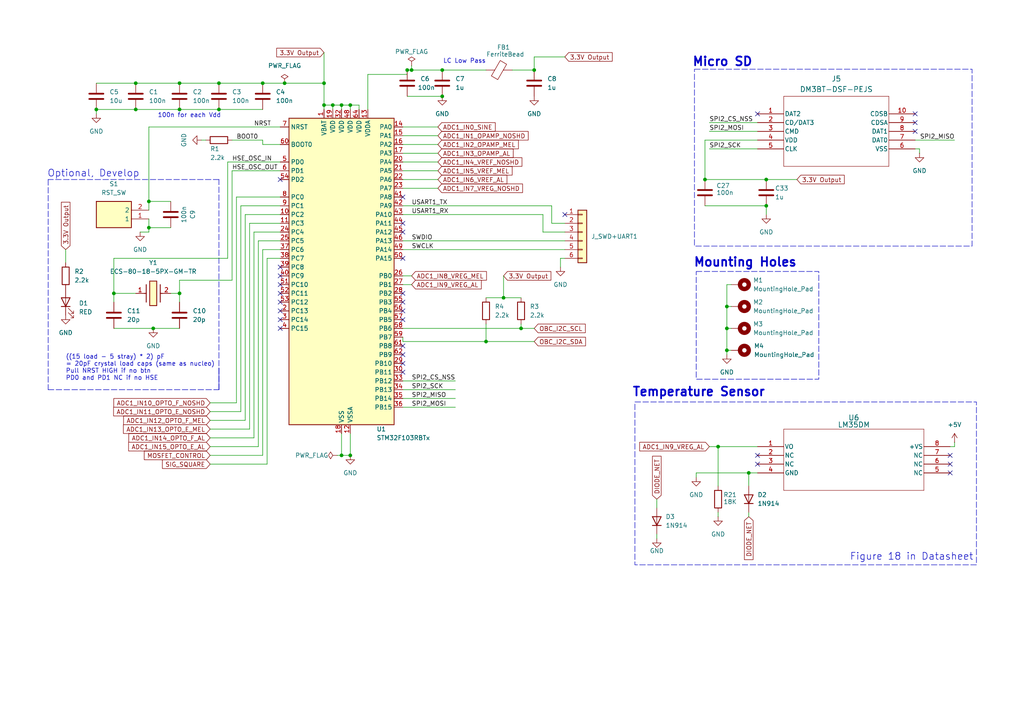
<source format=kicad_sch>
(kicad_sch (version 20231120) (generator "eeschema") (generator_version "8.0")
  (paper "A4")
  (title_block (title "Regina Payload Cubesat MCU Integration") (date "2024-01-15") (company "Karim Ait-Allaoua") (comment 1 "BOOT0: LOW for always main flash memory") (comment 2 "Optional, Develop parts not needed for final design"))
  (lib_symbols
    (symbol "Connector_Generic:Conn_01x06" (pin_names (offset 1.016) hide)
      (property "Reference" "J" (at 0 7.62 0))
      (property "Value" "Conn_01x06" (at 0 -10.16 0))
      (symbol "Conn_01x06_1_1"
        (rectangle (start -1.27 -7.493) (end 0 -7.747) (stroke (width 0.1524)))
        (rectangle (start -1.27 -4.953) (end 0 -5.207) (stroke (width 0.1524)))
        (rectangle (start -1.27 -2.413) (end 0 -2.667) (stroke (width 0.1524)))
        (rectangle (start -1.27 0.127) (end 0 -0.127) (stroke (width 0.1524)))
        (rectangle (start -1.27 2.667) (end 0 2.413) (stroke (width 0.1524)))
        (rectangle (start -1.27 5.207) (end 0 4.953) (stroke (width 0.1524)))
        (rectangle (start -1.27 6.35) (end 1.27 -8.89) (stroke (width 0.254)) (fill (type background)))
        (pin passive line (at -5.08 5.08 0) (length 3.81) (name "Pin_1") (number "1"))
        (pin passive line (at -5.08 2.54 0) (length 3.81) (name "Pin_2") (number "2"))
        (pin passive line (at -5.08 0 0) (length 3.81) (name "Pin_3") (number "3"))
        (pin passive line (at -5.08 -2.54 0) (length 3.81) (name "Pin_4") (number "4"))
        (pin passive line (at -5.08 -5.08 0) (length 3.81) (name "Pin_5") (number "5"))
        (pin passive line (at -5.08 -7.62 0) (length 3.81) (name "Pin_6") (number "6"))
      )
    )
    (symbol "Device:C" (pin_numbers hide) (pin_names (offset 0.254))
      (property "Reference" "C" (at 0.635 2.54 0))
      (property "Value" "C" (at 0.635 -2.54 0))
      (symbol "C_0_1"
        (polyline (pts (xy -2.032 -0.762) (xy 2.032 -0.762)) (stroke (width 0.508)))
        (polyline (pts (xy -2.032 0.762) (xy 2.032 0.762)) (stroke (width 0.508)))
      )
      (symbol "C_1_1"
        (pin passive line (at 0 3.81 270) (length 2.794) (name "~") (number "1"))
        (pin passive line (at 0 -3.81 90) (length 2.794) (name "~") (number "2"))
      )
    )
    (symbol "Device:D" (pin_numbers hide) (pin_names (offset 1.016) hide)
      (property "Reference" "D" (at 0 2.54 0))
      (property "Value" "D" (at 0 -2.54 0))
      (symbol "D_0_1"
        (polyline (pts (xy -1.27 1.27) (xy -1.27 -1.27)) (stroke (width 0.254)))
        (polyline (pts (xy 1.27 0) (xy -1.27 0)))
        (polyline (pts (xy 1.27 1.27) (xy 1.27 -1.27) (xy -1.27 0) (xy 1.27 1.27)) (stroke (width 0.254)))
      )
      (symbol "D_1_1"
        (pin passive line (at -3.81 0 0) (length 2.54) (name "K") (number "1"))
        (pin passive line (at 3.81 0 180) (length 2.54) (name "A") (number "2"))
      )
    )
    (symbol "Device:FerriteBead" (pin_numbers hide) (pin_names (offset 0))
      (property "Reference" "FB" (at -3.81 0.635 90))
      (property "Value" "FerriteBead" (at 3.81 0 90))
      (symbol "FerriteBead_0_1"
        (polyline (pts (xy 0 -1.27) (xy 0 -1.2192)))
        (polyline (pts (xy 0 1.27) (xy 0 1.2954)))
        (polyline (pts (xy -2.7686 0.4064) (xy -1.7018 2.2606) (xy 2.7686 -0.3048) (xy 1.6764 -2.159) (xy -2.7686 0.4064)))
      )
      (symbol "FerriteBead_1_1"
        (pin passive line (at 0 3.81 270) (length 2.54) (name "~") (number "1"))
        (pin passive line (at 0 -3.81 90) (length 2.54) (name "~") (number "2"))
      )
    )
    (symbol "Device:LED" (pin_numbers hide) (pin_names (offset 1.016) hide)
      (property "Reference" "D" (at 0 2.54 0))
      (property "Value" "LED" (at 0 -2.54 0))
      (symbol "LED_0_1"
        (polyline (pts (xy -1.27 -1.27) (xy -1.27 1.27)) (stroke (width 0.254)))
        (polyline (pts (xy -1.27 0) (xy 1.27 0)))
        (polyline (pts (xy 1.27 -1.27) (xy 1.27 1.27) (xy -1.27 0) (xy 1.27 -1.27)) (stroke (width 0.254)))
        (polyline (pts (xy -3.048 -0.762) (xy -4.572 -2.286) (xy -3.81 -2.286) (xy -4.572 -2.286) (xy -4.572 -1.524)))
        (polyline (pts (xy -1.778 -0.762) (xy -3.302 -2.286) (xy -2.54 -2.286) (xy -3.302 -2.286) (xy -3.302 -1.524)))
      )
      (symbol "LED_1_1"
        (pin passive line (at -3.81 0 0) (length 2.54) (name "K") (number "1"))
        (pin passive line (at 3.81 0 180) (length 2.54) (name "A") (number "2"))
      )
    )
    (symbol "Device:R" (pin_numbers hide) (pin_names (offset 0))
      (property "Reference" "R" (at 2.032 0 90))
      (property "Value" "R" (at 0 0 90))
      (symbol "R_0_1"
        (rectangle (start -1.016 -2.54) (end 1.016 2.54) (stroke (width 0.254)))
      )
      (symbol "R_1_1"
        (pin passive line (at 0 3.81 270) (length 1.27) (name "~") (number "1"))
        (pin passive line (at 0 -3.81 90) (length 1.27) (name "~") (number "2"))
      )
    )
    (symbol "GND_1" (power) (pin_numbers hide) (pin_names (offset 0) hide)
      (property "Value" "GND" (at 0 -3.81 0))
      (symbol "GND_1_0_1"
        (polyline (pts (xy 0 0) (xy 0 -1.27) (xy 1.27 -1.27) (xy 0 -2.54) (xy -1.27 -1.27) (xy 0 -1.27)))
      )
      (symbol "GND_1_1_1"
        (pin power_in line (at 0 0 270) (length 0) (name "~") (number "1"))
      )
    )
    (symbol "GND_2" (power) (pin_numbers hide) (pin_names (offset 0) hide)
      (property "Value" "GND" (at 0 -3.81 0))
      (symbol "GND_2_0_1"
        (polyline (pts (xy 0 0) (xy 0 -1.27) (xy 1.27 -1.27) (xy 0 -2.54) (xy -1.27 -1.27) (xy 0 -1.27)))
      )
      (symbol "GND_2_1_1"
        (pin power_in line (at 0 0 270) (length 0) (name "~") (number "1"))
      )
    )
    (symbol "GND_3" (power) (pin_numbers hide) (pin_names (offset 0) hide)
      (property "Value" "GND" (at 0 -3.81 0))
      (symbol "GND_3_0_1"
        (polyline (pts (xy 0 0) (xy 0 -1.27) (xy 1.27 -1.27) (xy 0 -2.54) (xy -1.27 -1.27) (xy 0 -1.27)))
      )
      (symbol "GND_3_1_1"
        (pin power_in line (at 0 0 270) (length 0) (name "~") (number "1"))
      )
    )
    (symbol "GND_4" (power) (pin_numbers hide) (pin_names (offset 0) hide)
      (property "Value" "GND" (at 0 -3.81 0))
      (symbol "GND_4_0_1"
        (polyline (pts (xy 0 0) (xy 0 -1.27) (xy 1.27 -1.27) (xy 0 -2.54) (xy -1.27 -1.27) (xy 0 -1.27)))
      )
      (symbol "GND_4_1_1"
        (pin power_in line (at 0 0 270) (length 0) (name "~") (number "1"))
      )
    )
    (symbol "MCU_ST_STM32F1:STM32F103RBTx"
      (property "Reference" "U" (at -15.24 46.99 0))
      (property "Value" "STM32F103RBTx" (at 10.16 46.99 0))
      (symbol "STM32F103RBTx_0_1"
        (rectangle (start -15.24 -43.18) (end 15.24 45.72) (stroke (width 0.254)) (fill (type background)))
      )
      (symbol "STM32F103RBTx_1_1"
        (pin power_in line (at -5.08 48.26 270) (length 2.54) (name "VBAT") (number "1"))
        (pin bidirectional line (at -17.78 17.78 0) (length 2.54) (name "PC2") (number "10"))
        (pin bidirectional line (at -17.78 15.24 0) (length 2.54) (name "PC3") (number "11"))
        (pin power_in line (at 2.54 -45.72 90) (length 2.54) (name "VSSA") (number "12"))
        (pin power_in line (at 7.62 48.26 270) (length 2.54) (name "VDDA") (number "13"))
        (pin bidirectional line (at 17.78 43.18 180) (length 2.54) (name "PA0") (number "14"))
        (pin bidirectional line (at 17.78 40.64 180) (length 2.54) (name "PA1") (number "15"))
        (pin bidirectional line (at 17.78 38.1 180) (length 2.54) (name "PA2") (number "16"))
        (pin bidirectional line (at 17.78 35.56 180) (length 2.54) (name "PA3") (number "17"))
        (pin power_in line (at 0 -45.72 90) (length 2.54) (name "VSS") (number "18"))
        (pin power_in line (at -2.54 48.26 270) (length 2.54) (name "VDD") (number "19"))
        (pin bidirectional line (at -17.78 -10.16 0) (length 2.54) (name "PC13") (number "2"))
        (pin bidirectional line (at 17.78 33.02 180) (length 2.54) (name "PA4") (number "20"))
        (pin bidirectional line (at 17.78 30.48 180) (length 2.54) (name "PA5") (number "21"))
        (pin bidirectional line (at 17.78 27.94 180) (length 2.54) (name "PA6") (number "22"))
        (pin bidirectional line (at 17.78 25.4 180) (length 2.54) (name "PA7") (number "23"))
        (pin bidirectional line (at -17.78 12.7 0) (length 2.54) (name "PC4") (number "24"))
        (pin bidirectional line (at -17.78 10.16 0) (length 2.54) (name "PC5") (number "25"))
        (pin bidirectional line (at 17.78 0 180) (length 2.54) (name "PB0") (number "26"))
        (pin bidirectional line (at 17.78 -2.54 180) (length 2.54) (name "PB1") (number "27"))
        (pin bidirectional line (at 17.78 -5.08 180) (length 2.54) (name "PB2") (number "28"))
        (pin bidirectional line (at 17.78 -25.4 180) (length 2.54) (name "PB10") (number "29"))
        (pin bidirectional line (at -17.78 -12.7 0) (length 2.54) (name "PC14") (number "3"))
        (pin bidirectional line (at 17.78 -27.94 180) (length 2.54) (name "PB11") (number "30"))
        (pin passive line (at 0 -45.72 90) (length 2.54) hide (name "VSS") (number "31"))
        (pin power_in line (at 0 48.26 270) (length 2.54) (name "VDD") (number "32"))
        (pin bidirectional line (at 17.78 -30.48 180) (length 2.54) (name "PB12") (number "33"))
        (pin bidirectional line (at 17.78 -33.02 180) (length 2.54) (name "PB13") (number "34"))
        (pin bidirectional line (at 17.78 -35.56 180) (length 2.54) (name "PB14") (number "35"))
        (pin bidirectional line (at 17.78 -38.1 180) (length 2.54) (name "PB15") (number "36"))
        (pin bidirectional line (at -17.78 7.62 0) (length 2.54) (name "PC6") (number "37"))
        (pin bidirectional line (at -17.78 5.08 0) (length 2.54) (name "PC7") (number "38"))
        (pin bidirectional line (at -17.78 2.54 0) (length 2.54) (name "PC8") (number "39"))
        (pin bidirectional line (at -17.78 -15.24 0) (length 2.54) (name "PC15") (number "4"))
        (pin bidirectional line (at -17.78 0 0) (length 2.54) (name "PC9") (number "40"))
        (pin bidirectional line (at 17.78 22.86 180) (length 2.54) (name "PA8") (number "41"))
        (pin bidirectional line (at 17.78 20.32 180) (length 2.54) (name "PA9") (number "42"))
        (pin bidirectional line (at 17.78 17.78 180) (length 2.54) (name "PA10") (number "43"))
        (pin bidirectional line (at 17.78 15.24 180) (length 2.54) (name "PA11") (number "44"))
        (pin bidirectional line (at 17.78 12.7 180) (length 2.54) (name "PA12") (number "45"))
        (pin bidirectional line (at 17.78 10.16 180) (length 2.54) (name "PA13") (number "46"))
        (pin passive line (at 0 -45.72 90) (length 2.54) hide (name "VSS") (number "47"))
        (pin power_in line (at 2.54 48.26 270) (length 2.54) (name "VDD") (number "48"))
        (pin bidirectional line (at 17.78 7.62 180) (length 2.54) (name "PA14") (number "49"))
        (pin bidirectional line (at -17.78 33.02 0) (length 2.54) (name "PD0") (number "5"))
        (pin bidirectional line (at 17.78 5.08 180) (length 2.54) (name "PA15") (number "50"))
        (pin bidirectional line (at -17.78 -2.54 0) (length 2.54) (name "PC10") (number "51"))
        (pin bidirectional line (at -17.78 -5.08 0) (length 2.54) (name "PC11") (number "52"))
        (pin bidirectional line (at -17.78 -7.62 0) (length 2.54) (name "PC12") (number "53"))
        (pin bidirectional line (at -17.78 27.94 0) (length 2.54) (name "PD2") (number "54"))
        (pin bidirectional line (at 17.78 -7.62 180) (length 2.54) (name "PB3") (number "55"))
        (pin bidirectional line (at 17.78 -10.16 180) (length 2.54) (name "PB4") (number "56"))
        (pin bidirectional line (at 17.78 -12.7 180) (length 2.54) (name "PB5") (number "57"))
        (pin bidirectional line (at 17.78 -15.24 180) (length 2.54) (name "PB6") (number "58"))
        (pin bidirectional line (at 17.78 -17.78 180) (length 2.54) (name "PB7") (number "59"))
        (pin bidirectional line (at -17.78 30.48 0) (length 2.54) (name "PD1") (number "6"))
        (pin input line (at -17.78 38.1 0) (length 2.54) (name "BOOT0") (number "60"))
        (pin bidirectional line (at 17.78 -20.32 180) (length 2.54) (name "PB8") (number "61"))
        (pin bidirectional line (at 17.78 -22.86 180) (length 2.54) (name "PB9") (number "62"))
        (pin passive line (at 0 -45.72 90) (length 2.54) hide (name "VSS") (number "63"))
        (pin power_in line (at 5.08 48.26 270) (length 2.54) (name "VDD") (number "64"))
        (pin input line (at -17.78 43.18 0) (length 2.54) (name "NRST") (number "7"))
        (pin bidirectional line (at -17.78 22.86 0) (length 2.54) (name "PC0") (number "8"))
        (pin bidirectional line (at -17.78 20.32 0) (length 2.54) (name "PC1") (number "9"))
      )
    )
    (symbol "Mechanical:MountingHole_Pad" (pin_numbers hide) (pin_names (offset 1.016) hide)
      (property "Reference" "H" (at 0 6.35 0))
      (property "Value" "MountingHole_Pad" (at 0 4.445 0))
      (symbol "MountingHole_Pad_0_1"
        (circle (center 0 1.27) (radius 1.27) (stroke (width 1.27)))
      )
      (symbol "MountingHole_Pad_1_1"
        (pin input line (at 0 -2.54 90) (length 2.54) (name "1") (number "1"))
      )
    )
    (symbol "capstone:95C04A3GWRT"
      (property "Reference" "S" (at 16.51 7.62 0))
      (property "Value" "95C04A3GWRT" (at 16.51 5.08 0))
      (symbol "95C04A3GWRT_1_1"
        (rectangle (start 5.08 2.54) (end 15.24 -5.08) (stroke (width 0.254)) (fill (type background)))
        (pin passive line (at 0 0 0) (length 5.08) (name "1") (number "1"))
        (pin passive line (at 0 -2.54 0) (length 5.08) (name "2") (number "2"))
      )
    )
    (symbol "capstone:DM3BT-DSF-PEJS" (pin_names (offset 0.254))
      (property "Reference" "J" (at 22.86 10.16 0))
      (property "Value" "DM3BT-DSF-PEJS" (at 22.86 7.62 0))
      (symbol "DM3BT-DSF-PEJS_0_1"
        (polyline (pts (xy 7.62 -15.24) (xy 38.1 -15.24)) (stroke (width 0.127)))
        (polyline (pts (xy 7.62 5.08) (xy 7.62 -15.24)) (stroke (width 0.127)))
        (polyline (pts (xy 38.1 -15.24) (xy 38.1 5.08)) (stroke (width 0.127)))
        (polyline (pts (xy 38.1 5.08) (xy 7.62 5.08)) (stroke (width 0.127)))
        (pin bidirectional line (at 0 0 0) (length 7.62) (name "DAT2") (number "1"))
        (pin unspecified line (at 45.72 0 180) (length 7.62) (name "CDSB") (number "10"))
        (pin bidirectional line (at 0 -2.54 0) (length 7.62) (name "CD/DAT3") (number "2"))
        (pin unspecified line (at 0 -5.08 0) (length 7.62) (name "CMD") (number "3"))
        (pin power_in line (at 0 -7.62 0) (length 7.62) (name "VDD") (number "4"))
        (pin unspecified line (at 0 -10.16 0) (length 7.62) (name "CLK") (number "5"))
        (pin power_out line (at 45.72 -10.16 180) (length 7.62) (name "VSS") (number "6"))
        (pin bidirectional line (at 45.72 -7.62 180) (length 7.62) (name "DAT0") (number "7"))
        (pin bidirectional line (at 45.72 -5.08 180) (length 7.62) (name "DAT1") (number "8"))
        (pin unspecified line (at 45.72 -2.54 180) (length 7.62) (name "CDSA") (number "9"))
      )
    )
    (symbol "capstone:ECS-80-18-5PX-GM-TR" (pin_names hide)
      (property "Reference" "Y" (at 8.89 6.35 0))
      (property "Value" "ECS-80-18-5PX-GM-TR" (at 8.89 3.81 0))
      (symbol "ECS-80-18-5PX-GM-TR_1_1"
        (polyline (pts (xy 3.048 0) (xy 2.54 0)) (stroke (width 0.254)))
        (polyline (pts (xy 3.048 2.54) (xy 3.048 -2.54)) (stroke (width 0.254)))
        (polyline (pts (xy 7.112 0) (xy 7.62 0)) (stroke (width 0.254)))
        (polyline (pts (xy 7.112 2.54) (xy 7.112 -2.54)) (stroke (width 0.254)))
        (rectangle (start 4.064 3.556) (end 6.096 -3.556) (stroke (width 0.254)) (fill (type background)))
        (pin passive line (at 0 0 0) (length 2.54) (name "1") (number "1"))
        (pin passive line (at 10.16 0 180) (length 2.54) (name "2") (number "2"))
      )
    )
    (symbol "capstone:LM35DM" (pin_names (offset 0.254))
      (property "Reference" "U" (at 27.94 10.16 0))
      (property "Value" "LM35DM" (at 27.94 7.62 0))
      (symbol "LM35DM_0_1"
        (polyline (pts (xy 7.62 -12.7) (xy 48.26 -12.7)) (stroke (width 0.127)))
        (polyline (pts (xy 7.62 5.08) (xy 7.62 -12.7)) (stroke (width 0.127)))
        (polyline (pts (xy 48.26 -12.7) (xy 48.26 5.08)) (stroke (width 0.127)))
        (polyline (pts (xy 48.26 5.08) (xy 7.62 5.08)) (stroke (width 0.127)))
        (pin output line (at 0 0 0) (length 7.62) (name "VO") (number "1"))
        (pin passive line (at 0 -2.54 0) (length 7.62) (name "NC") (number "2"))
        (pin passive line (at 0 -5.08 0) (length 7.62) (name "NC") (number "3"))
        (pin passive line (at 0 -7.62 0) (length 7.62) (name "GND") (number "4"))
        (pin passive line (at 55.88 -7.62 180) (length 7.62) (name "NC") (number "5"))
        (pin passive line (at 55.88 -5.08 180) (length 7.62) (name "NC") (number "6"))
        (pin passive line (at 55.88 -2.54 180) (length 7.62) (name "NC") (number "7"))
        (pin input line (at 55.88 0 180) (length 7.62) (name "+VS") (number "8"))
      )
    )
    (symbol "power:+5V" (power) (pin_numbers hide) (pin_names (offset 0) hide)
      (property "Value" "+5V" (at 0 3.556 0))
      (symbol "+5V_0_1"
        (polyline (pts (xy -0.762 1.27) (xy 0 2.54)))
        (polyline (pts (xy 0 0) (xy 0 2.54)))
        (polyline (pts (xy 0 2.54) (xy 0.762 1.27)))
      )
      (symbol "+5V_1_1"
        (pin power_in line (at 0 0 90) (length 0) (name "~") (number "1"))
      )
    )
    (symbol "power:GND" (power) (pin_names (offset 0))
      (property "Value" "GND" (at 0 -3.81 0))
      (symbol "GND_0_1"
        (polyline (pts (xy 0 0) (xy 0 -1.27) (xy 1.27 -1.27) (xy 0 -2.54) (xy -1.27 -1.27) (xy 0 -1.27)))
      )
      (symbol "GND_1_1"
        (pin power_in line (at 0 0 270) (length 0) hide (name "GND") (number "1"))
      )
    )
    (symbol "power:PWR_FLAG" (power) (pin_numbers hide) (pin_names (offset 0) hide)
      (property "Value" "PWR_FLAG" (at 0 3.81 0))
      (symbol "PWR_FLAG_0_0"
        (pin power_out line (at 0 0 90) (length 0) (name "pwr") (number "1"))
      )
      (symbol "PWR_FLAG_0_1"
        (polyline (pts (xy 0 0) (xy 0 1.27) (xy -1.016 1.905) (xy 0 2.54) (xy 1.016 1.905) (xy 0 1.27)))
      )
    )
  )
  (junction (at 151.13 95.25))
  (junction (at 82.55 24.13))
  (junction (at 128.27 20.32))
  (junction (at 101.6 132.08))
  (junction (at 39.37 31.75))
  (junction (at 63.5 31.75))
  (junction (at 128.27 27.94))
  (junction (at 208.28 129.54))
  (junction (at 99.06 132.08))
  (junction (at 52.07 85.09))
  (junction (at 101.6 30.48))
  (junction (at 33.02 85.09))
  (junction (at 210.82 88.9))
  (junction (at 222.25 59.69))
  (junction (at 119.38 20.32))
  (junction (at 93.98 30.48))
  (junction (at 154.94 20.32))
  (junction (at 27.94 31.75))
  (junction (at 217.17 137.16))
  (junction (at 146.05 86.36))
  (junction (at 52.07 31.75))
  (junction (at 43.18 66.04))
  (junction (at 76.2 24.13))
  (junction (at 96.52 30.48))
  (junction (at 43.18 58.42))
  (junction (at 140.97 99.06))
  (junction (at 44.45 95.25))
  (junction (at 93.98 24.13))
  (junction (at 99.06 30.48))
  (junction (at 39.37 24.13))
  (junction (at 52.07 24.13))
  (junction (at 204.47 52.07))
  (junction (at 210.82 95.25))
  (junction (at 118.11 20.32))
  (junction (at 210.82 101.6))
  (junction (at 63.5 24.13))
  (junction (at 222.25 52.07))
  (no_connect (at 81.28 90.17))
  (no_connect (at 219.71 132.08))
  (no_connect (at 81.28 82.55))
  (no_connect (at 116.84 85.09))
  (no_connect (at 275.59 137.16))
  (no_connect (at 265.43 35.56))
  (no_connect (at 116.84 87.63))
  (no_connect (at 265.43 38.1))
  (no_connect (at 219.71 33.02))
  (no_connect (at 116.84 67.31))
  (no_connect (at 116.84 57.15))
  (no_connect (at 116.84 107.95))
  (no_connect (at 81.28 85.09))
  (no_connect (at 81.28 80.01))
  (no_connect (at 116.84 90.17))
  (no_connect (at 81.28 87.63))
  (no_connect (at 81.28 77.47))
  (no_connect (at 265.43 33.02))
  (no_connect (at 116.84 100.33))
  (no_connect (at 116.84 64.77))
  (no_connect (at 219.71 134.62))
  (no_connect (at 116.84 74.93))
  (no_connect (at 163.83 62.23))
  (no_connect (at 116.84 105.41))
  (no_connect (at 81.28 95.25))
  (no_connect (at 275.59 134.62))
  (no_connect (at 81.28 92.71))
  (no_connect (at 116.84 92.71))
  (no_connect (at 116.84 102.87))
  (no_connect (at 81.28 52.07))
  (no_connect (at 275.59 132.08))
  (wire (pts (xy 204.47 59.69) (xy 222.25 59.69)))
  (wire (pts (xy 39.37 24.13) (xy 52.07 24.13)))
  (wire (pts (xy 157.48 67.31) (xy 157.48 62.23)))
  (wire (pts (xy 73.66 127) (xy 73.66 67.31)))
  (wire (pts (xy 201.93 138.43) (xy 201.93 137.16)))
  (wire (pts (xy 60.96 119.38) (xy 69.85 119.38)))
  (wire (pts (xy 63.5 24.13) (xy 76.2 24.13)))
  (wire (pts (xy 66.04 46.99) (xy 81.28 46.99)))
  (wire (pts (xy 118.11 20.32) (xy 119.38 20.32)))
  (wire (pts (xy 162.56 74.93) (xy 163.83 74.93)))
  (wire (pts (xy 60.96 134.62) (xy 77.47 134.62)))
  (wire (pts (xy 210.82 88.9) (xy 212.09 88.9)))
  (polyline (pts (xy 13.97 113.03) (xy 63.5 113.03)) (stroke (width 0) (type dash)))
  (wire (pts (xy 93.98 30.48) (xy 96.52 30.48)))
  (wire (pts (xy 205.74 35.56) (xy 219.71 35.56)))
  (wire (pts (xy 151.13 95.25) (xy 154.94 95.25)))
  (wire (pts (xy 208.28 129.54) (xy 219.71 129.54)))
  (wire (pts (xy 205.74 43.18) (xy 219.71 43.18)))
  (wire (pts (xy 63.5 31.75) (xy 76.2 31.75)))
  (wire (pts (xy 72.39 64.77) (xy 81.28 64.77)))
  (wire (pts (xy 163.83 67.31) (xy 157.48 67.31)))
  (wire (pts (xy 210.82 102.87) (xy 210.82 101.6)))
  (wire (pts (xy 69.85 59.69) (xy 81.28 59.69)))
  (wire (pts (xy 49.53 85.09) (xy 52.07 85.09)))
  (wire (pts (xy 97.79 132.08) (xy 99.06 132.08)))
  (wire (pts (xy 140.97 99.06) (xy 154.94 99.06)))
  (wire (pts (xy 116.84 118.11) (xy 132.08 118.11)))
  (wire (pts (xy 128.27 20.32) (xy 140.97 20.32)))
  (wire (pts (xy 44.45 95.25) (xy 52.07 95.25)))
  (wire (pts (xy 217.17 148.59) (xy 217.17 149.86)))
  (wire (pts (xy 106.68 21.59) (xy 118.11 21.59)))
  (wire (pts (xy 148.59 20.32) (xy 154.94 20.32)))
  (wire (pts (xy 204.47 40.64) (xy 204.47 52.07)))
  (wire (pts (xy 60.96 124.46) (xy 72.39 124.46)))
  (wire (pts (xy 118.11 21.59) (xy 118.11 20.32)))
  (polyline (pts (xy 63.5 113.03) (xy 63.5 106.68)))
  (wire (pts (xy 210.82 101.6) (xy 210.82 95.25)))
  (wire (pts (xy 101.6 125.73) (xy 101.6 132.08)))
  (wire (pts (xy 116.84 41.91) (xy 127 41.91)))
  (wire (pts (xy 222.25 62.23) (xy 222.25 59.69)))
  (wire (pts (xy 190.5 144.78) (xy 190.5 147.32)))
  (wire (pts (xy 60.96 132.08) (xy 76.2 132.08)))
  (wire (pts (xy 106.68 21.59) (xy 106.68 31.75)))
  (wire (pts (xy 104.14 31.75) (xy 104.14 30.48)))
  (wire (pts (xy 210.82 95.25) (xy 212.09 95.25)))
  (wire (pts (xy 71.12 62.23) (xy 81.28 62.23)))
  (wire (pts (xy 205.74 129.54) (xy 208.28 129.54)))
  (wire (pts (xy 101.6 132.08) (xy 99.06 132.08)))
  (wire (pts (xy 116.84 69.85) (xy 163.83 69.85)))
  (wire (pts (xy 265.43 40.64) (xy 276.86 40.64)))
  (wire (pts (xy 27.94 31.75) (xy 39.37 31.75)))
  (wire (pts (xy 43.18 63.5) (xy 43.18 66.04)))
  (wire (pts (xy 74.93 129.54) (xy 74.93 69.85)))
  (wire (pts (xy 77.47 134.62) (xy 77.47 74.93)))
  (wire (pts (xy 116.84 39.37) (xy 127 39.37)))
  (wire (pts (xy 74.93 69.85) (xy 81.28 69.85)))
  (wire (pts (xy 96.52 31.75) (xy 96.52 30.48)))
  (wire (pts (xy 116.84 80.01) (xy 119.38 80.01)))
  (wire (pts (xy 210.82 95.25) (xy 210.82 88.9)))
  (wire (pts (xy 68.58 57.15) (xy 81.28 57.15)))
  (wire (pts (xy 60.96 121.92) (xy 71.12 121.92)))
  (wire (pts (xy 140.97 86.36) (xy 146.05 86.36)))
  (wire (pts (xy 33.02 74.93) (xy 33.02 85.09)))
  (wire (pts (xy 116.84 54.61) (xy 127 54.61)))
  (wire (pts (xy 99.06 30.48) (xy 101.6 30.48)))
  (wire (pts (xy 99.06 31.75) (xy 99.06 30.48)))
  (wire (pts (xy 162.56 77.47) (xy 162.56 74.93)))
  (wire (pts (xy 33.02 95.25) (xy 44.45 95.25)))
  (wire (pts (xy 101.6 30.48) (xy 101.6 31.75)))
  (wire (pts (xy 72.39 124.46) (xy 72.39 64.77)))
  (wire (pts (xy 71.12 121.92) (xy 71.12 62.23)))
  (wire (pts (xy 77.47 74.93) (xy 81.28 74.93)))
  (wire (pts (xy 146.05 86.36) (xy 151.13 86.36)))
  (wire (pts (xy 43.18 58.42) (xy 49.53 58.42)))
  (wire (pts (xy 201.93 137.16) (xy 217.17 137.16)))
  (wire (pts (xy 116.84 52.07) (xy 127 52.07)))
  (wire (pts (xy 59.69 40.64) (xy 58.42 40.64)))
  (wire (pts (xy 93.98 15.24) (xy 93.98 24.13)))
  (wire (pts (xy 52.07 24.13) (xy 63.5 24.13)))
  (wire (pts (xy 76.2 41.91) (xy 81.28 41.91)))
  (wire (pts (xy 39.37 31.75) (xy 52.07 31.75)))
  (wire (pts (xy 67.31 49.53) (xy 81.28 49.53)))
  (wire (pts (xy 43.18 58.42) (xy 43.18 60.96)))
  (wire (pts (xy 210.82 82.55) (xy 212.09 82.55)))
  (wire (pts (xy 27.94 31.75) (xy 27.94 33.02)))
  (wire (pts (xy 210.82 88.9) (xy 210.82 82.55)))
  (wire (pts (xy 151.13 93.98) (xy 151.13 95.25)))
  (wire (pts (xy 116.84 44.45) (xy 127 44.45)))
  (wire (pts (xy 43.18 67.31) (xy 40.64 67.31)))
  (wire (pts (xy 160.02 64.77) (xy 163.83 64.77)))
  (wire (pts (xy 27.94 24.13) (xy 39.37 24.13)))
  (wire (pts (xy 99.06 125.73) (xy 99.06 132.08)))
  (wire (pts (xy 116.84 95.25) (xy 151.13 95.25)))
  (wire (pts (xy 67.31 40.64) (xy 76.2 40.64)))
  (wire (pts (xy 73.66 67.31) (xy 81.28 67.31)))
  (wire (pts (xy 208.28 129.54) (xy 208.28 140.97)))
  (wire (pts (xy 43.18 36.83) (xy 43.18 58.42)))
  (wire (pts (xy 60.96 129.54) (xy 74.93 129.54)))
  (wire (pts (xy 66.04 74.93) (xy 33.02 74.93)))
  (wire (pts (xy 116.84 113.03) (xy 132.08 113.03)))
  (wire (pts (xy 104.14 30.48) (xy 101.6 30.48)))
  (wire (pts (xy 66.04 46.99) (xy 66.04 74.93)))
  (wire (pts (xy 116.84 46.99) (xy 127 46.99)))
  (polyline (pts (xy 63.5 113.03) (xy 63.5 52.07)) (stroke (width 0) (type dash)))
  (wire (pts (xy 96.52 30.48) (xy 99.06 30.48)))
  (wire (pts (xy 43.18 36.83) (xy 81.28 36.83)))
  (wire (pts (xy 276.86 129.54) (xy 276.86 128.27)))
  (wire (pts (xy 116.84 99.06) (xy 140.97 99.06)))
  (wire (pts (xy 140.97 93.98) (xy 140.97 99.06)))
  (wire (pts (xy 68.58 116.84) (xy 68.58 57.15)))
  (wire (pts (xy 231.14 52.07) (xy 222.25 52.07)))
  (wire (pts (xy 60.96 116.84) (xy 68.58 116.84)))
  (wire (pts (xy 208.28 148.59) (xy 208.28 149.86)))
  (wire (pts (xy 76.2 24.13) (xy 82.55 24.13)))
  (wire (pts (xy 146.05 80.01) (xy 146.05 86.36)))
  (wire (pts (xy 60.96 127) (xy 73.66 127)))
  (wire (pts (xy 205.74 38.1) (xy 219.71 38.1)))
  (wire (pts (xy 93.98 24.13) (xy 93.98 30.48)))
  (wire (pts (xy 33.02 85.09) (xy 39.37 85.09)))
  (wire (pts (xy 43.18 66.04) (xy 43.18 67.31)))
  (wire (pts (xy 69.85 119.38) (xy 69.85 59.69)))
  (wire (pts (xy 163.83 16.51) (xy 154.94 16.51)))
  (wire (pts (xy 160.02 59.69) (xy 160.02 64.77)))
  (polyline (pts (xy 13.97 52.07) (xy 13.97 113.03)) (stroke (width 0) (type dash)))
  (wire (pts (xy 116.84 72.39) (xy 163.83 72.39)))
  (wire (pts (xy 119.38 19.05) (xy 119.38 20.32)))
  (wire (pts (xy 154.94 16.51) (xy 154.94 20.32)))
  (wire (pts (xy 43.18 66.04) (xy 49.53 66.04)))
  (wire (pts (xy 116.84 36.83) (xy 127 36.83)))
  (wire (pts (xy 116.84 110.49) (xy 132.08 110.49)))
  (wire (pts (xy 210.82 101.6) (xy 212.09 101.6)))
  (wire (pts (xy 217.17 137.16) (xy 219.71 137.16)))
  (wire (pts (xy 204.47 40.64) (xy 219.71 40.64)))
  (wire (pts (xy 118.11 27.94) (xy 128.27 27.94)))
  (wire (pts (xy 217.17 137.16) (xy 217.17 140.97)))
  (wire (pts (xy 116.84 82.55) (xy 119.38 82.55)))
  (wire (pts (xy 76.2 40.64) (xy 76.2 41.91)))
  (wire (pts (xy 275.59 129.54) (xy 276.86 129.54)))
  (wire (pts (xy 266.7 43.18) (xy 266.7 44.45)))
  (wire (pts (xy 52.07 81.28) (xy 67.31 81.28)))
  (wire (pts (xy 190.5 154.94) (xy 190.5 156.21)))
  (wire (pts (xy 19.05 72.39) (xy 19.05 76.2)))
  (wire (pts (xy 52.07 85.09) (xy 52.07 87.63)))
  (polyline (pts (xy 63.5 52.07) (xy 13.97 52.07)) (stroke (width 0) (type dash)))
  (wire (pts (xy 116.84 59.69) (xy 160.02 59.69)))
  (wire (pts (xy 76.2 72.39) (xy 76.2 132.08)))
  (wire (pts (xy 265.43 43.18) (xy 266.7 43.18)))
  (wire (pts (xy 116.84 49.53) (xy 127 49.53)))
  (wire (pts (xy 33.02 85.09) (xy 33.02 87.63)))
  (wire (pts (xy 82.55 24.13) (xy 93.98 24.13)))
  (wire (pts (xy 93.98 31.75) (xy 93.98 30.48)))
  (wire (pts (xy 52.07 81.28) (xy 52.07 85.09)))
  (wire (pts (xy 157.48 62.23) (xy 116.84 62.23)))
  (wire (pts (xy 204.47 52.07) (xy 222.25 52.07)))
  (wire (pts (xy 81.28 72.39) (xy 76.2 72.39)))
  (wire (pts (xy 116.84 99.06) (xy 116.84 97.79)))
  (wire (pts (xy 52.07 31.75) (xy 63.5 31.75)))
  (wire (pts (xy 119.38 20.32) (xy 128.27 20.32)))
  (wire (pts (xy 116.84 115.57) (xy 132.08 115.57)))
  (wire (pts (xy 67.31 81.28) (xy 67.31 49.53)))
  (rectangle (start 201.93 78.74) (end 237.49 109.982) (stroke (width 0) (type dash)))
  (rectangle (start 184.15 116.586) (end 283.21 163.83) (stroke (width 0) (type dash)))
  (rectangle (start 201.422 20.066) (end 281.94 71.374) (stroke (width 0) (type dash)))
  (text "((15 load - 5 stray) * 2) pF \n= 20pF crystal load caps (same as nucleo)\nPull NRST HIGH if no btn\nPD0 and PD1 NC if no HSE" (at 19.05 110.49 0) (effects (font (size 1.27 1.27)) (justify left bottom)))
  (text "Mounting Holes" (at 216.154 76.2 0) (effects (font (size 2.54 2.54) (thickness 0.508) (bold yes))))
  (text "Micro SD" (at 209.55 18.034 0) (effects (font (size 2.54 2.54) (thickness 0.508) (bold yes))))
  (text "Optional, Develop" (at 13.716 51.562 0) (effects (font (size 2 2)) (justify left bottom)))
  (text "Temperature Sensor" (at 202.692 113.792 0) (effects (font (size 2.54 2.54) (thickness 0.508) (bold yes))))
  (text "100n for each Vdd" (at 45.72 34.29 0) (effects (font (size 1.27 1.27)) (justify left bottom)))
  (text "Figure 18 in Datasheet" (at 264.414 161.544 0) (effects (font (size 2.032 2.032) (thickness 0.1588))))
  (text "LC Low Pass" (at 128.524 18.542 0) (effects (font (size 1.27 1.27)) (justify left bottom)))
  (label "SPI2_SCK" (at 205.74 43.18 0))
  (label "SPI2_CS_NSS" (at 205.74 35.56 0))
  (label "HSE_OSC_OUT" (at 67.31 49.53 0))
  (label "USART1_TX" (at 119.38 59.69 0))
  (label "HSE_OSC_IN" (at 67.31 46.99 0))
  (label "SPI2_CS_NSS" (at 119.38 110.49 0))
  (label "SPI2_MOSI" (at 205.74 38.1 0))
  (label "SPI2_MOSI" (at 119.38 118.11 0))
  (label "SPI2_MISO" (at 119.38 115.57 0))
  (label "SWCLK" (at 119.38 72.39 0))
  (label "USART1_RX" (at 119.38 62.23 0))
  (label "SPI2_MISO" (at 276.86 40.64 180))
  (label "BOOT0" (at 68.58 40.64 0))
  (label "NRST" (at 73.66 36.83 0))
  (label "SWDIO" (at 119.38 69.85 0))
  (label "SPI2_SCK" (at 119.38 113.03 0))
  (global_label "3.3V Output" (shape input) (at 231.14 52.07 0) (property "Intersheetrefs" "${INTERSHEET_REFS}" (effects (hide yes))))
  (global_label "ADC1_IN6_VREF_AL" (shape input) (at 127 52.07 0) (property "Intersheetrefs" "${INTERSHEET_REFS}" (effects (hide yes))))
  (global_label "3.3V Output" (shape input) (at 19.05 72.39 90) (property "Intersheetrefs" "${INTERSHEET_REFS}" (effects (hide yes))))
  (global_label "OBC_I2C_SDA" (shape input) (at 154.94 99.06 0) (property "Intersheetrefs" "${INTERSHEET_REFS}" (effects (hide yes))))
  (global_label "ADC1_IN13_OPTO_E_MEL" (shape input) (at 60.96 124.46 180) (property "Intersheetrefs" "${INTERSHEET_REFS}" (effects (hide yes))))
  (global_label "MOSFET_CONTROL" (shape input) (at 60.96 132.08 180) (property "Intersheetrefs" "${INTERSHEET_REFS}" (effects (hide yes))))
  (global_label "ADC1_IN2_OPAMP_MEL" (shape input) (at 127 41.91 0) (property "Intersheetrefs" "${INTERSHEET_REFS}" (effects (hide yes))))
  (global_label "ADC1_IN9_VREG_AL" (shape input) (at 119.38 82.55 0) (property "Intersheetrefs" "${INTERSHEET_REFS}" (effects (hide yes))))
  (global_label "ADC1_IN12_OPTO_F_MEL" (shape input) (at 60.96 121.92 180) (property "Intersheetrefs" "${INTERSHEET_REFS}" (effects (hide yes))))
  (global_label "ADC1_IN8_VREG_MEL" (shape input) (at 119.38 80.01 0) (property "Intersheetrefs" "${INTERSHEET_REFS}" (effects (hide yes))))
  (global_label "3.3V Output" (shape input) (at 163.83 16.51 0) (property "Intersheetrefs" "${INTERSHEET_REFS}" (effects (hide yes))))
  (global_label "ADC1_IN0_SINE" (shape input) (at 127 36.83 0) (property "Intersheetrefs" "${INTERSHEET_REFS}" (effects (hide yes))))
  (global_label "3.3V Output" (shape input) (at 146.05 80.01 0) (property "Intersheetrefs" "${INTERSHEET_REFS}" (effects (hide yes))))
  (global_label "ADC1_IN10_OPTO_F_NOSHD" (shape input) (at 60.96 116.84 180) (property "Intersheetrefs" "${INTERSHEET_REFS}" (effects (hide yes))))
  (global_label "ADC1_IN15_OPTO_E_AL" (shape input) (at 60.96 129.54 180) (property "Intersheetrefs" "${INTERSHEET_REFS}" (effects (hide yes))))
  (global_label "DIODE_NET" (shape input) (at 217.17 149.86 270) (property "Intersheetrefs" "${INTERSHEET_REFS}" (effects (hide yes))))
  (global_label "ADC1_IN11_OPTO_E_NOSHD" (shape input) (at 60.96 119.38 180) (property "Intersheetrefs" "${INTERSHEET_REFS}" (effects (hide yes))))
  (global_label "ADC1_IN7_VREG_NOSHD" (shape input) (at 127 54.61 0) (property "Intersheetrefs" "${INTERSHEET_REFS}" (effects (hide yes))))
  (global_label "ADC1_IN3_OPAMP_AL" (shape input) (at 127 44.45 0) (property "Intersheetrefs" "${INTERSHEET_REFS}" (effects (hide yes))))
  (global_label "ADC1_IN4_VREF_NOSHD" (shape input) (at 127 46.99 0) (property "Intersheetrefs" "${INTERSHEET_REFS}" (effects (hide yes))))
  (global_label "SIG_SQUARE" (shape input) (at 60.96 134.62 180) (property "Intersheetrefs" "${INTERSHEET_REFS}" (effects (hide yes))))
  (global_label "ADC1_IN9_VREG_AL" (shape input) (at 205.74 129.54 180) (property "Intersheetrefs" "${INTERSHEET_REFS}" (effects (hide yes))))
  (global_label "ADC1_IN14_OPTO_F_AL" (shape input) (at 60.96 127 180) (property "Intersheetrefs" "${INTERSHEET_REFS}" (effects (hide yes))))
  (global_label "ADC1_IN1_OPAMP_NOSHD" (shape input) (at 127 39.37 0) (property "Intersheetrefs" "${INTERSHEET_REFS}" (effects (hide yes))))
  (global_label "OBC_I2C_SCL" (shape input) (at 154.94 95.25 0) (property "Intersheetrefs" "${INTERSHEET_REFS}" (effects (hide yes))))
  (global_label "3.3V Output" (shape input) (at 93.98 15.24 180) (property "Intersheetrefs" "${INTERSHEET_REFS}" (effects (hide yes))))
  (global_label "ADC1_IN5_VREF_MEL" (shape input) (at 127 49.53 0) (property "Intersheetrefs" "${INTERSHEET_REFS}" (effects (hide yes))))
  (global_label "DIODE_NET" (shape input) (at 190.5 144.78 90) (property "Intersheetrefs" "${INTERSHEET_REFS}" (effects (hide yes))))
  (symbol (lib_id "Mechanical:MountingHole_Pad") (at 214.63 101.6 270) (unit 1)
    (property "Reference" "M4" (at 218.694 100.33 90) (effects (justify left)))
    (property "Value" "MountingHole_Pad" (at 218.694 102.87 90) (effects (justify left)))
    (property "Footprint" "MountingHole:MountingHole_3.2mm_M3_Pad_Via" (effects (hide yes)))
  )
  (symbol (lib_id "capstone:DM3BT-DSF-PEJS") (at 219.71 33.02 0) (unit 1)
    (property "Reference" "J5" (at 242.57 22.86 0) (effects (font (size 1.524 1.524))))
    (property "Value" "DM3BT-DSF-PEJS" (at 242.57 25.908 0) (effects (font (size 1.524 1.524))))
    (property "Footprint" "capstone:DM3BT_DSF_PEJS" (effects (hide yes)))
    (property "Datasheet" "DM3BT-DSF-PEJS" (effects (hide yes)))
  )
  (symbol (lib_id "MCU_ST_STM32F1:STM32F103RBTx") (at 99.06 80.01 0) (unit 1)
    (property "Reference" "U1" (at 109.22 124.46 0) (effects (justify left)))
    (property "Value" "STM32F103RBTx" (at 109.22 127 0) (effects (justify left)))
    (property "Footprint" "Package_QFP:LQFP-64_10x10mm_P0.5mm" (effects (hide yes)))
    (property "Datasheet" "https://www.st.com/resource/en/datasheet/stm32f103rb.pdf" (effects (hide yes)))
  )
  (symbol (lib_id "Device:C") (at 27.94 27.94 0) (unit 1)
    (property "Reference" "C5" (at 31.75 26.67 0) (effects (justify left)))
    (property "Value" "10u" (at 31.75 29.21 0) (effects (justify left)))
    (property "Footprint" "Capacitor_SMD:C_0603_1608Metric" (effects (hide yes)))
  )
  (symbol (lib_id "power:GND") (at 222.25 62.23 0) (unit 1)
    (property "Reference" "#PWR05" (effects (hide yes)))
    (property "Value" "GND" (at 222.25 67.31 0))
  )
  (symbol (lib_id "power:GND") (at 154.94 27.94 0) (unit 1)
    (property "Reference" "#PWR06" (effects (hide yes)))
    (property "Value" "GND" (at 154.94 33.02 0))
  )
  (symbol (lib_id "Connector_Generic:Conn_01x06") (at 168.91 67.31 0) (unit 1)
    (property "Reference" "J_SWD+UART1" (at 171.45 68.58 0) (effects (justify left)))
    (property "Value" "Conn_01x06" (effects (hide yes)))
    (property "Footprint" "Connector_PinHeader_2.54mm:PinHeader_1x06_P2.54mm_Vertical" (effects (hide yes)))
  )
  (symbol (lib_id "Device:C") (at 49.53 62.23 180) (unit 1)
    (property "Reference" "C9" (at 55.88 62.23 90))
    (property "Value" "100n" (at 53.34 62.23 90))
    (property "Footprint" "Capacitor_SMD:C_0402_1005Metric" (effects (hide yes)))
  )
  (symbol (lib_id "Mechanical:MountingHole_Pad") (at 214.63 88.9 270) (unit 1)
    (property "Reference" "M2" (at 218.44 87.6299 90) (effects (justify left)))
    (property "Value" "MountingHole_Pad" (at 218.44 90.1699 90) (effects (justify left)))
    (property "Footprint" "MountingHole:MountingHole_3.2mm_M3_Pad_Via" (effects (hide yes)))
  )
  (symbol (lib_id "power:GND") (at 210.82 102.87 0) (unit 1)
    (property "Reference" "#PWR019" (effects (hide yes)))
    (property "Value" "GND" (at 210.82 107.95 0))
  )
  (symbol (lib_id "Device:C") (at 118.11 24.13 0) (unit 1)
    (property "Reference" "C6" (at 121.92 22.86 0) (effects (justify left)))
    (property "Value" "100n" (at 121.158 25.4 0) (effects (justify left)))
    (property "Footprint" "Capacitor_SMD:C_0402_1005Metric" (effects (hide yes)))
  )
  (symbol (lib_id "power:GND") (at 128.27 27.94 0) (unit 1)
    (property "Reference" "#PWR07" (effects (hide yes)))
    (property "Value" "GND" (at 128.27 33.02 0))
  )
  (symbol (lib_id "power:GND") (at 40.64 67.31 0) (unit 1)
    (property "Reference" "#PWR08" (effects (hide yes)))
    (property "Value" "GND" (at 40.64 72.39 0))
  )
  (symbol (lib_id "capstone:95C04A3GWRT") (at 43.18 63.5 180) (unit 1)
    (property "Reference" "S1" (at 33.02 53.34 0))
    (property "Value" "RST_SW" (at 33.02 55.88 0))
    (property "Footprint" "capstone:95C04A3GWRT" (effects (hide yes)))
    (property "Mouser Part Number" "706-95C04A3GWRT" (effects (hide yes)))
    (property "Mouser Price/Stock" "https://www.mouser.co.uk/ProductDetail/Grayhill/95C04A3GWRT?qs=ls7QRyWmRk61gE7yXPOhmQ%3D%3D" (effects (hide yes)))
    (property "Manufacturer_Name" "Grayhill" (effects (hide yes)))
    (property "Manufacturer_Part_Number" "95C04A3GWRT" (effects (hide yes)))
  )
  (symbol (lib_id "Device:R") (at 19.05 80.01 0) (unit 1)
    (property "Reference" "R2" (at 21.59 78.74 0) (effects (justify left)))
    (property "Value" "2.2k" (at 21.59 81.28 0) (effects (justify left)))
    (property "Footprint" "Resistor_SMD:R_0402_1005Metric" (effects (hide yes)))
  )
  (symbol (lib_id "power:PWR_FLAG") (at 119.38 19.05 0) (unit 1)
    (property "Reference" "#FLG01" (effects (hide yes)))
    (property "Value" "PWR_FLAG" (at 119.38 14.986 0))
  )
  (symbol (lib_id "Mechanical:MountingHole_Pad") (at 214.63 95.25 270) (unit 1)
    (property "Reference" "M3" (at 218.44 93.9799 90) (effects (justify left)))
    (property "Value" "MountingHole_Pad" (at 218.44 96.5199 90) (effects (justify left)))
    (property "Footprint" "MountingHole:MountingHole_3.2mm_M3_Pad_Via" (effects (hide yes)))
  )
  (symbol (lib_id "Device:R") (at 63.5 40.64 270) (unit 1)
    (property "Reference" "R1" (at 60.96 43.18 90) (effects (justify left)))
    (property "Value" "2.2k" (at 60.96 45.72 90) (effects (justify left)))
    (property "Footprint" "Resistor_SMD:R_0402_1005Metric" (effects (hide yes)))
  )
  (symbol (lib_id "capstone:LM35DM") (at 219.71 129.54 0) (unit 1)
    (property "Reference" "U6" (at 247.65 121.158 0) (effects (font (size 1.524 1.524))))
    (property "Value" "LM35DM" (at 247.65 123.19 0) (effects (font (size 1.524 1.524))))
    (property "Footprint" "capstone:LM35DM" (effects (hide yes)))
    (property "Datasheet" "LM35DM" (effects (hide yes)))
  )
  (symbol (lib_id "Device:C") (at 76.2 27.94 0) (unit 1)
    (property "Reference" "C4" (at 80.01 26.67 0) (effects (justify left)))
    (property "Value" "100n" (at 80.01 29.21 0) (effects (justify left)))
    (property "Footprint" "Capacitor_SMD:C_0402_1005Metric" (effects (hide yes)))
  )
  (symbol (lib_id "Device:C") (at 204.47 55.88 0) (unit 1)
    (property "Reference" "C27" (at 207.772 53.848 0) (effects (justify left)))
    (property "Value" "100n" (at 207.772 55.88 0) (effects (justify left)))
    (property "Footprint" "Capacitor_SMD:C_0402_1005Metric" (effects (hide yes)))
  )
  (symbol (lib_id "power:GND") (at 19.05 91.44 0) (unit 1)
    (property "Reference" "#PWR015" (effects (hide yes)))
    (property "Value" "GND" (at 19.05 96.52 0))
  )
  (symbol (lib_id "Device:C") (at 63.5 27.94 0) (unit 1)
    (property "Reference" "C3" (at 67.31 26.67 0) (effects (justify left)))
    (property "Value" "100n" (at 67.31 29.21 0) (effects (justify left)))
    (property "Footprint" "Capacitor_SMD:C_0402_1005Metric" (effects (hide yes)))
  )
  (symbol (lib_id "capstone:ECS-80-18-5PX-GM-TR") (at 39.37 85.09 0) (unit 1)
    (property "Reference" "Y1" (at 44.45 76.2 0))
    (property "Value" "ECS-80-18-5PX-GM-TR" (at 44.45 78.74 0))
    (property "Footprint" "capstone:ECS80185PXGMTR" (effects (hide yes)))
    (property "Datasheet" "https://ecsxtal.com/store/pdf/csm-7x.pdf" (effects (hide yes)))
    (property "Height" "4.3" (effects (hide yes)))
    (property "Mouser Part Number" "520-80-18-5PX-GM-TR" (effects (hide yes)))
    (property "Mouser Price/Stock" "https://www.mouser.co.uk/ProductDetail/ECS/ECS-80-18-5PX-GM-TR?qs=amGC7iS6iy9i4EiBY7c3iQ%3D%3D" (effects (hide yes)))
    (property "Manufacturer_Name" "ECS" (effects (hide yes)))
    (property "Manufacturer_Part_Number" "ECS-80-18-5PX-GM-TR" (effects (hide yes)))
  )
  (symbol (lib_id "power:PWR_FLAG") (at 82.55 24.13 0) (unit 1)
    (property "Reference" "#FLG02" (effects (hide yes)))
    (property "Value" "PWR_FLAG" (at 82.55 19.05 0))
  )
  (symbol (lib_id "power:GND") (at 44.45 95.25 0) (unit 1)
    (property "Reference" "#PWR011" (effects (hide yes)))
    (property "Value" "GND" (at 44.45 100.33 0))
  )
  (symbol (lib_id "Device:C") (at 52.07 91.44 0) (unit 1)
    (property "Reference" "C10" (at 55.88 90.17 0) (effects (justify left)))
    (property "Value" "20p" (at 55.88 92.71 0) (effects (justify left)))
    (property "Footprint" "Capacitor_SMD:C_0402_1005Metric" (effects (hide yes)))
  )
  (symbol (lib_id "Device:C") (at 154.94 24.13 0) (unit 1)
    (property "Reference" "C8" (at 158.75 22.86 0) (effects (justify left)))
    (property "Value" "1u" (at 158.75 25.4 0) (effects (justify left)))
    (property "Footprint" "Capacitor_SMD:C_0402_1005Metric" (effects (hide yes)))
  )
  (symbol (lib_id "Device:C") (at 39.37 27.94 0) (unit 1)
    (property "Reference" "C1" (at 43.18 26.67 0) (effects (justify left)))
    (property "Value" "100n" (at 43.18 29.21 0) (effects (justify left)))
    (property "Footprint" "Resistor_SMD:R_0402_1005Metric" (effects (hide yes)))
  )
  (symbol (lib_id "Device:LED") (at 19.05 87.63 90) (unit 1)
    (property "Reference" "D1" (at 22.86 87.9475 90) (effects (justify right)))
    (property "Value" "RED" (at 22.86 90.4875 90) (effects (justify right)))
    (property "Footprint" "LED_SMD:LED_0603_1608Metric" (effects (hide yes)))
  )
  (symbol (lib_id "power:+5V") (at 276.86 128.27 0) (unit 1)
    (property "Reference" "#PWR079" (effects (hide yes)))
    (property "Value" "+5V" (at 276.86 123.19 0))
    (property "Description" "Power symbol creates a global label with name \"+5V\"" (effects (hide yes)))
  )
  (symbol (lib_id "Device:FerriteBead") (at 144.78 20.32 90) (unit 1)
    (property "Reference" "FB1" (at 146.05 13.716 90))
    (property "Value" "FerriteBead" (at 146.558 15.748 90))
    (property "Footprint" "Inductor_SMD:L_0603_1608Metric" (effects (hide yes)))
  )
  (symbol (lib_id "power:GND") (at 27.94 33.02 0) (unit 1)
    (property "Reference" "#PWR03" (effects (hide yes)))
    (property "Value" "GND" (at 27.94 38.1 0))
  )
  (symbol (lib_name "GND_2") (lib_id "power:GND") (at 208.28 149.86 0) (unit 1)
    (property "Reference" "#PWR023" (effects (hide yes)))
    (property "Value" "GND" (at 208.28 154.94 0))
    (property "Description" "Power symbol creates a global label with name \"GND\" , ground" (effects (hide yes)))
  )
  (symbol (lib_name "GND_4") (lib_id "power:GND") (at 201.93 138.43 0) (unit 1)
    (property "Reference" "#PWR021" (effects (hide yes)))
    (property "Value" "GND" (at 201.93 143.51 0))
    (property "Description" "Power symbol creates a global label with name \"GND\" , ground" (effects (hide yes)))
  )
  (symbol (lib_id "power:GND") (at 162.56 77.47 0) (unit 1)
    (property "Reference" "#PWR013" (effects (hide yes)))
    (property "Value" "GND" (at 162.56 82.55 0))
  )
  (symbol (lib_id "Device:C") (at 52.07 27.94 0) (unit 1)
    (property "Reference" "C2" (at 55.88 26.67 0) (effects (justify left)))
    (property "Value" "100n" (at 55.88 29.21 0) (effects (justify left)))
    (property "Footprint" "Capacitor_SMD:C_0402_1005Metric" (effects (hide yes)))
  )
  (symbol (lib_name "GND_3") (lib_id "power:GND") (at 190.5 156.21 0) (unit 1)
    (property "Reference" "#PWR078" (effects (hide yes)))
    (property "Value" "GND" (at 190.5 159.766 0))
    (property "Description" "Power symbol creates a global label with name \"GND\" , ground" (effects (hide yes)))
  )
  (symbol (lib_id "Device:C") (at 128.27 24.13 0) (unit 1)
    (property "Reference" "C7" (at 132.08 22.86 0) (effects (justify left)))
    (property "Value" "1u" (at 132.08 25.4 0) (effects (justify left)))
    (property "Footprint" "Capacitor_SMD:C_0402_1005Metric" (effects (hide yes)))
  )
  (symbol (lib_id "Device:C") (at 222.25 55.88 0) (unit 1)
    (property "Reference" "C33" (at 224.79 54.61 0) (effects (justify left)))
    (property "Value" "1u" (at 224.79 57.15 0) (effects (justify left)))
    (property "Footprint" "Capacitor_SMD:C_0402_1005Metric" (effects (hide yes)))
  )
  (symbol (lib_id "power:GND") (at 58.42 40.64 270) (unit 1)
    (property "Reference" "#PWR010" (effects (hide yes)))
    (property "Value" "GND" (at 53.34 40.64 0))
  )
  (symbol (lib_id "Device:R") (at 208.28 144.78 0) (unit 1)
    (property "Reference" "R21" (at 209.804 143.51 0) (effects (justify left)))
    (property "Value" "18K" (at 209.804 145.542 0) (effects (justify left)))
    (property "Footprint" "Resistor_SMD:R_0402_1005Metric" (effects (hide yes)))
    (property "Description" "Resistor" (effects (hide yes)))
  )
  (symbol (lib_name "GND_1") (lib_id "power:GND") (at 266.7 44.45 0) (unit 1)
    (property "Reference" "#PWR077" (effects (hide yes)))
    (property "Value" "GND" (at 266.7 49.53 0))
    (property "Description" "Power symbol creates a global label with name \"GND\" , ground" (effects (hide yes)))
  )
  (symbol (lib_id "Device:D") (at 217.17 144.78 90) (unit 1)
    (property "Reference" "D2" (at 219.71 143.5099 90) (effects (justify right)))
    (property "Value" "1N914" (at 219.71 146.0499 90) (effects (justify right)))
    (property "Footprint" "Diode_SMD:D_0402_1005Metric" (effects (hide yes)))
    (property "Description" "Diode" (effects (hide yes)))
    (property "Sim.Device" "D" (effects (hide yes)))
    (property "Sim.Pins" "1=K 2=A" (effects (hide yes)))
  )
  (symbol (lib_id "Mechanical:MountingHole_Pad") (at 214.63 82.55 270) (unit 1)
    (property "Reference" "M1" (at 218.44 81.2799 90) (effects (justify left)))
    (property "Value" "MountingHole_Pad" (at 218.44 83.8199 90) (effects (justify left)))
    (property "Footprint" "MountingHole:MountingHole_3.2mm_M3_Pad_Via" (effects (hide yes)))
  )
  (symbol (lib_id "power:GND") (at 101.6 132.08 0) (unit 1)
    (property "Reference" "#PWR01" (effects (hide yes)))
    (property "Value" "GND" (at 101.6 137.16 0))
  )
  (symbol (lib_id "power:PWR_FLAG") (at 97.79 132.08 90) (unit 1)
    (property "Reference" "#FLG03" (effects (hide yes)))
    (property "Value" "PWR_FLAG" (at 95.25 132.08 90) (effects (justify left)))
  )
  (symbol (lib_id "Device:C") (at 33.02 91.44 0) (unit 1)
    (property "Reference" "C11" (at 36.83 90.17 0) (effects (justify left)))
    (property "Value" "20p" (at 36.83 92.71 0) (effects (justify left)))
    (property "Footprint" "Capacitor_SMD:C_0402_1005Metric" (effects (hide yes)))
  )
  (symbol (lib_id "Device:R") (at 140.97 90.17 0) (unit 1)
    (property "Reference" "R4" (at 143.51 88.9 0) (effects (justify left)))
    (property "Value" "2.2k" (at 143.51 91.44 0) (effects (justify left)))
    (property "Footprint" "Resistor_SMD:R_0402_1005Metric" (effects (hide yes)))
  )
  (symbol (lib_id "Device:R") (at 151.13 90.17 0) (unit 1)
    (property "Reference" "R3" (at 153.67 88.9 0) (effects (justify left)))
    (property "Value" "2.2k" (at 153.67 91.44 0) (effects (justify left)))
    (property "Footprint" "Resistor_SMD:R_0402_1005Metric" (effects (hide yes)))
  )
  (symbol (lib_id "Device:D") (at 190.5 151.13 90) (unit 1)
    (property "Reference" "D3" (at 193.04 149.8599 90) (effects (justify right)))
    (property "Value" "1N914" (at 193.04 152.3999 90) (effects (justify right)))
    (property "Footprint" "Diode_SMD:D_0402_1005Metric" (effects (hide yes)))
    (property "Description" "Diode" (effects (hide yes)))
    (property "Sim.Device" "D" (effects (hide yes)))
    (property "Sim.Pins" "1=K 2=A" (effects (hide yes)))
  )
  (sheet (at 331.47 6.35) (size 331.47 200.66) (stroke (width 0.1524))
    (property "Sheetname" "Evan -5V and signal gen" (at 331.47 5.6384 0) (effects (justify left bottom)))
    (property "Sheetfile" "Evan_-5V_and_signal_gen.kicad_sch" (at 331.47 207.5946 0) (effects (justify left top)))
  )
  (sheet (at 698.5 0) (size 330.2 207.01) (stroke (width 0.1524))
    (property "Sheetname" "Matt IC Tests" (at 698.5 -0.7116 0) (effects (justify left bottom)))
    (property "Sheetfile" "untitled.kicad_sch" (at 698.5 207.5946 0) (effects (justify left top)))
  )
)
</source>
